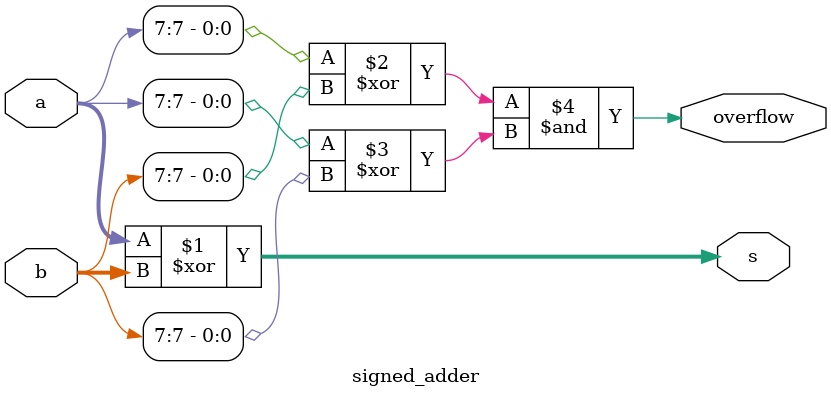
<source format=v>

module signed_adder(input [7:0] a,
    input [7:0] b,
    output [7:0] s,
    output overflow
); 

// The numbers a and b are added to the output s. 
// assign the occurence of the signed overflow of a and b to the output overflow.
// a signed overflow occurs if the most significant bits of a and b are low and the most significant bit of s is high
// a signed overflow may also occur if the most significant bits of a and b are high and the most significant bit of s is low


assign s = a ^ b;
assign overflow = (a[7] ^ b[7]) & (a[7] ^ b[7]);

endmodule

</source>
